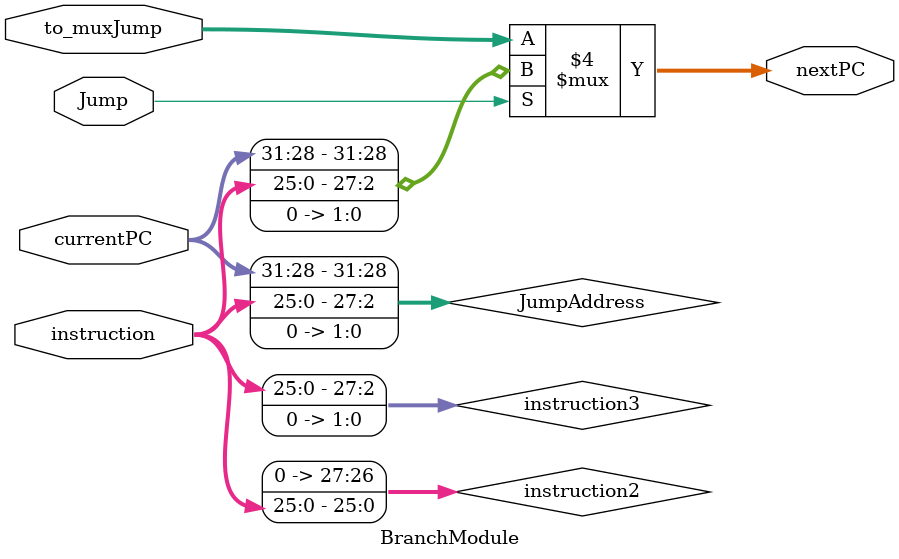
<source format=v>
module BranchModule(to_muxJump, instruction, currentPC, Jump, nextPC);
// intialize
	input Jump;
	input [31:0] to_muxJump;
	input [25:0] instruction;
	input [31:0] currentPC;
	
	wire [27:0] instruction2;
	wire [27:0] instruction3;
	wire [31:0] JumpAddress;
	output reg [31:0] nextPC;
	
	assign instruction2 = {{2{1'b0}}, instruction};
	assign instruction3 = {instruction2 << 2};
	assign JumpAddress = {currentPC[31:28], instruction3};
	
	always @(to_muxJump, currentPC, instruction, Jump) begin
		if(Jump) begin 
			nextPC <= JumpAddress;
		end
		else begin
			nextPC <= to_muxJump;
		end
	end
	
endmodule

</source>
